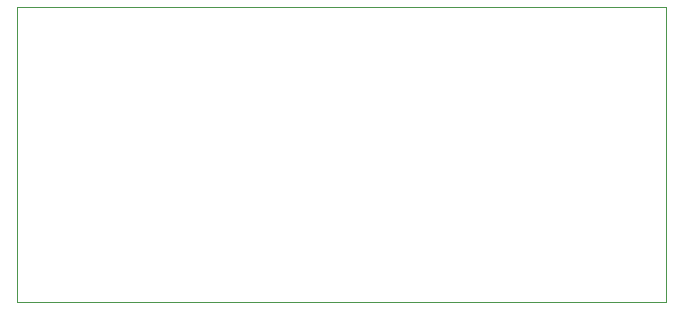
<source format=gbr>
%TF.GenerationSoftware,KiCad,Pcbnew,9.0.1-1.fc42*%
%TF.CreationDate,2025-04-12T13:57:24+02:00*%
%TF.ProjectId,ADF4158_PCB,41444634-3135-4385-9f50-43422e6b6963,rev?*%
%TF.SameCoordinates,Original*%
%TF.FileFunction,Profile,NP*%
%FSLAX46Y46*%
G04 Gerber Fmt 4.6, Leading zero omitted, Abs format (unit mm)*
G04 Created by KiCad (PCBNEW 9.0.1-1.fc42) date 2025-04-12 13:57:24*
%MOMM*%
%LPD*%
G01*
G04 APERTURE LIST*
%TA.AperFunction,Profile*%
%ADD10C,0.050000*%
%TD*%
G04 APERTURE END LIST*
D10*
X122500000Y-88000000D02*
X177500000Y-88000000D01*
X177500000Y-113000000D01*
X122500000Y-113000000D01*
X122500000Y-88000000D01*
M02*

</source>
